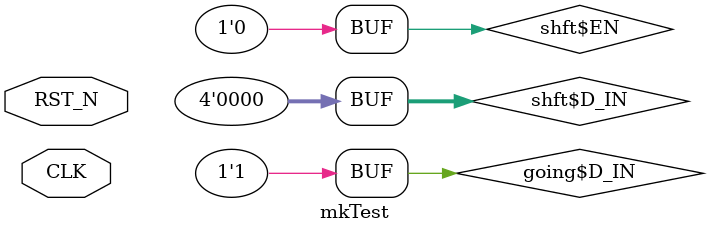
<source format=v>

`ifdef BSV_ASSIGNMENT_DELAY
`else
  `define BSV_ASSIGNMENT_DELAY
`endif

`ifdef BSV_POSITIVE_RESET
  `define BSV_RESET_VALUE 1'b1
  `define BSV_RESET_EDGE posedge
`else
  `define BSV_RESET_VALUE 1'b0
  `define BSV_RESET_EDGE negedge
`endif

module mkTest(CLK,
	      RST_N);
  input  CLK;
  input  RST_N;

  // register going
  reg going;
  wire going$D_IN, going$EN;

  // register shft
  reg [3 : 0] shft;
  wire [3 : 0] shft$D_IN;
  wire shft$EN;

  // register going
  assign going$D_IN = 1'd1 ;
  assign going$EN = !going ;

  // register shft
  assign shft$D_IN = 4'h0 ;
  assign shft$EN = 1'b0 ;

  // handling of inlined registers

  always@(posedge CLK)
  begin
    if (RST_N == `BSV_RESET_VALUE)
      begin
        going <= `BSV_ASSIGNMENT_DELAY 1'd0;
	shft <= `BSV_ASSIGNMENT_DELAY 4'd2;
      end
    else
      begin
        if (going$EN) going <= `BSV_ASSIGNMENT_DELAY going$D_IN;
	if (shft$EN) shft <= `BSV_ASSIGNMENT_DELAY shft$D_IN;
      end
  end

  // synopsys translate_off
  `ifdef BSV_NO_INITIAL_BLOCKS
  `else // not BSV_NO_INITIAL_BLOCKS
  initial
  begin
    going = 1'h0;
    shft = 4'hA;
  end
  `endif // BSV_NO_INITIAL_BLOCKS
  // synopsys translate_on

  // handling of system tasks

  // synopsys translate_off
  always@(negedge CLK)
  begin
    #0;
    if (RST_N != `BSV_RESET_VALUE)
      if (!going)
	$display(shft[3] ?
		   (shft[2] ?
		      (shft[1] ?
			 (shft[0] ?
			    256'h000E000D000C000B000A0009000800070006000500040003000200010000000F :
			    256'h000D000C000B000A0009000800070006000500040003000200010000000F000E) :
			 (shft[0] ?
			    256'h000C000B000A0009000800070006000500040003000200010000000F000E000D :
			    256'h000B000A0009000800070006000500040003000200010000000F000E000D000C)) :
		      (shft[1] ?
			 (shft[0] ?
			    256'h000A0009000800070006000500040003000200010000000F000E000D000C000B :
			    256'h0009000800070006000500040003000200010000000F000E000D000C000B000A) :
			 (shft[0] ?
			    256'h000800070006000500040003000200010000000F000E000D000C000B000A0009 :
			    256'h00070006000500040003000200010000000F000E000D000C000B000A00090008))) :
		   (shft[2] ?
		      (shft[1] ?
			 (shft[0] ?
			    256'h0006000500040003000200010000000F000E000D000C000B000A000900080007 :
			    256'h000500040003000200010000000F000E000D000C000B000A0009000800070006) :
			 (shft[0] ?
			    256'h00040003000200010000000F000E000D000C000B000A00090008000700060005 :
			    256'h0003000200010000000F000E000D000C000B000A000900080007000600050004)) :
		      (shft[1] ?
			 (shft[0] ?
			    256'h000200010000000F000E000D000C000B000A0009000800070006000500040003 :
			    256'h00010000000F000E000D000C000B000A00090008000700060005000400030002) :
			 (shft[0] ?
			    256'h0000000F000E000D000C000B000A000900080007000600050004000300020001 :
			    256'h000F000E000D000C000B000A0009000800070006000500040003000200010000))));
  end
  // synopsys translate_on
endmodule  // mkTest


</source>
